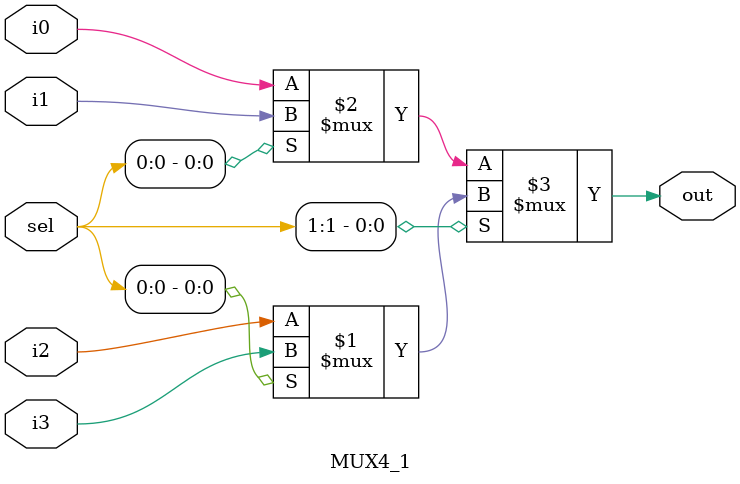
<source format=v>
`timescale 1ns/1ns
module MUX4_1( i0, i1, i2, i3, sel, out );
  
  input i0, i1, i2, i3 ;
  input[1:0] sel ;
  output out ;
  
  assign out = (sel[1])?(sel[0]?i3:i2):(sel[0]?i1:i0) ;
  
endmodule
</source>
